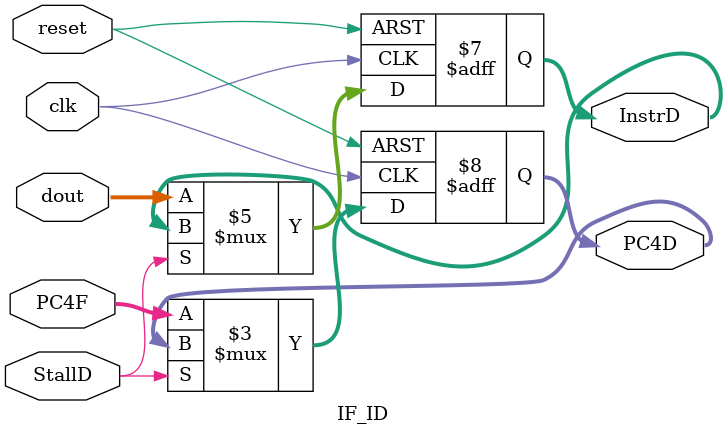
<source format=v>
`timescale 1ns / 1ps
module IF_ID(
	input clk,
	input reset,
	input StallD,
	input [31:0] dout,        
	input [31:0] PC4F,
	output reg [31:0] InstrD,
	output reg [31:0] PC4D
    );
	 
	 
	 
	 always @(posedge clk or posedge reset)
	 begin
	 if(reset) begin
		PC4D<=0;
		InstrD<=0;
	 end
	 else if(StallD==0)begin
		PC4D<=PC4F;
		InstrD<=dout;
	 end
	 end

endmodule

</source>
